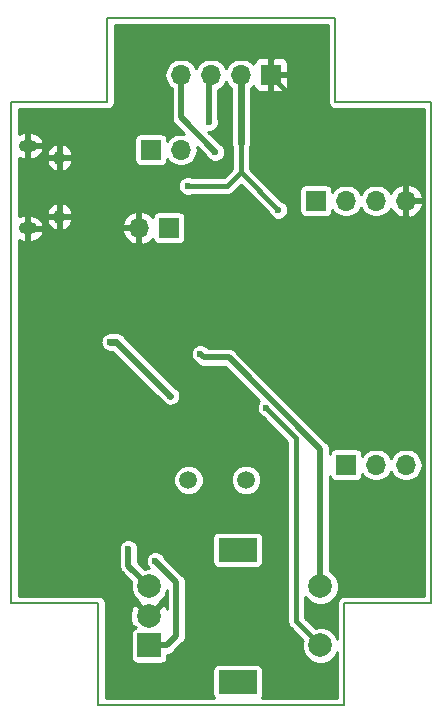
<source format=gbr>
%TF.GenerationSoftware,KiCad,Pcbnew,(5.0.2)-1*%
%TF.CreationDate,2019-05-13T13:04:59+03:00*%
%TF.ProjectId,timer,74696d65-722e-46b6-9963-61645f706362,rev?*%
%TF.SameCoordinates,Original*%
%TF.FileFunction,Copper,L1,Top*%
%TF.FilePolarity,Positive*%
%FSLAX46Y46*%
G04 Gerber Fmt 4.6, Leading zero omitted, Abs format (unit mm)*
G04 Created by KiCad (PCBNEW (5.0.2)-1) date 13.05.2019 13:04:59*
%MOMM*%
%LPD*%
G01*
G04 APERTURE LIST*
%ADD10C,0.150000*%
%ADD11C,2.000000*%
%ADD12R,3.200000X2.000000*%
%ADD13R,2.000000X2.000000*%
%ADD14R,1.700000X1.700000*%
%ADD15O,1.700000X1.700000*%
%ADD16O,0.950000X1.250000*%
%ADD17O,1.550000X1.000000*%
%ADD18C,1.500000*%
%ADD19C,0.600000*%
%ADD20C,0.600000*%
%ADD21C,0.450000*%
%ADD22C,0.500000*%
%ADD23C,0.254000*%
G04 APERTURE END LIST*
D10*
X54102000Y-32004000D02*
X62230000Y-32004000D01*
X54102000Y-24892000D02*
X54102000Y-32004000D01*
X34798000Y-32004000D02*
X34798000Y-24892000D01*
X26670000Y-32004000D02*
X34798000Y-32004000D01*
X62230000Y-74422000D02*
X54864000Y-74422000D01*
X54864000Y-74422000D02*
X54864000Y-83058000D01*
X34036000Y-74422000D02*
X34036000Y-83058000D01*
X26670000Y-74422000D02*
X34036000Y-74422000D01*
X26670000Y-74422000D02*
X26670000Y-32004000D01*
X54864000Y-83058000D02*
X34036000Y-83058000D01*
X62230000Y-32004000D02*
X62230000Y-74422000D01*
X34798000Y-24892000D02*
X54102000Y-24892000D01*
D11*
X52832000Y-73025000D03*
X52832000Y-78025000D03*
D12*
X45832000Y-69925000D03*
X45832000Y-81125000D03*
D11*
X38332000Y-73025000D03*
X38332000Y-75525000D03*
D13*
X38332000Y-78025000D03*
D14*
X54991000Y-62738000D03*
D15*
X57531000Y-62738000D03*
X60071000Y-62738000D03*
D14*
X48641000Y-29718000D03*
D15*
X46101000Y-29718000D03*
X43561000Y-29718000D03*
X41021000Y-29718000D03*
D16*
X30734000Y-41713000D03*
X30734000Y-36713000D03*
D17*
X28034000Y-42713000D03*
X28034000Y-35713000D03*
D14*
X52451000Y-40386000D03*
D15*
X54991000Y-40386000D03*
X57531000Y-40386000D03*
X60071000Y-40386000D03*
D14*
X40005000Y-42672000D03*
D15*
X37465000Y-42672000D03*
D14*
X38481000Y-36068000D03*
D15*
X41021000Y-36068000D03*
D18*
X41656000Y-64008000D03*
X46536000Y-64008000D03*
D19*
X40132000Y-56896000D03*
X35052000Y-52324000D03*
X40132000Y-46228000D03*
X28956000Y-60960000D03*
X49276000Y-55880000D03*
X38100000Y-67056000D03*
X49784000Y-61976000D03*
X30988000Y-52324000D03*
X35560000Y-37592000D03*
X52070000Y-33274000D03*
X38862000Y-70866000D03*
X36576000Y-69850000D03*
X42672000Y-53340000D03*
X43943000Y-36240720D03*
X43393360Y-33700720D03*
X49276000Y-41148000D03*
X48260000Y-57912000D03*
X41593000Y-39116000D03*
D20*
X40132000Y-56896000D02*
X35560000Y-52324000D01*
X35560000Y-52324000D02*
X35052000Y-52324000D01*
D21*
X48641000Y-29845000D02*
X48641000Y-29718000D01*
X52070000Y-33274000D02*
X48641000Y-29845000D01*
D22*
X38862000Y-70866000D02*
X40640000Y-72644000D01*
X39832000Y-78025000D02*
X38332000Y-78025000D01*
X40640000Y-77217000D02*
X39832000Y-78025000D01*
X40640000Y-72644000D02*
X40640000Y-77217000D01*
X36576000Y-71269000D02*
X38332000Y-73025000D01*
X36576000Y-69850000D02*
X36576000Y-71269000D01*
X52832000Y-71610787D02*
X52832000Y-73025000D01*
X52832000Y-61373998D02*
X52832000Y-71610787D01*
X45098001Y-53639999D02*
X52832000Y-61373998D01*
X42971999Y-53639999D02*
X45098001Y-53639999D01*
X42672000Y-53340000D02*
X42971999Y-53639999D01*
X41021000Y-33318720D02*
X41021000Y-29718000D01*
X43943000Y-36240720D02*
X41021000Y-33318720D01*
X43393360Y-29885640D02*
X43561000Y-29718000D01*
X43393360Y-33700720D02*
X43393360Y-29885640D01*
D20*
X46101000Y-30920081D02*
X46101000Y-29718000D01*
X46101000Y-35266722D02*
X46101000Y-30920081D01*
X46101000Y-35486000D02*
X46101000Y-35266722D01*
D21*
X46101000Y-35266722D02*
X46101000Y-37973000D01*
X46101000Y-37973000D02*
X49276000Y-41148000D01*
X48260000Y-57912000D02*
X50800000Y-60452000D01*
X50800000Y-75993000D02*
X52832000Y-78025000D01*
X50800000Y-60452000D02*
X50800000Y-75993000D01*
X44958000Y-39116000D02*
X46101000Y-37973000D01*
X41593000Y-39116000D02*
X44958000Y-39116000D01*
D23*
G36*
X53492001Y-31943918D02*
X53480050Y-32004000D01*
X53527393Y-32242010D01*
X53662215Y-32443785D01*
X53863990Y-32578607D01*
X54041923Y-32614000D01*
X54102000Y-32625950D01*
X54162077Y-32614000D01*
X61620000Y-32614000D01*
X61620001Y-73812000D01*
X54924077Y-73812000D01*
X54864000Y-73800050D01*
X54803923Y-73812000D01*
X54625990Y-73847393D01*
X54424215Y-73982215D01*
X54289393Y-74183990D01*
X54242050Y-74422000D01*
X54254000Y-74482076D01*
X54254000Y-77446865D01*
X54133310Y-77155493D01*
X53701507Y-76723690D01*
X53137330Y-76490000D01*
X52526670Y-76490000D01*
X52417161Y-76535360D01*
X51560000Y-75678199D01*
X51560000Y-73923817D01*
X51962493Y-74326310D01*
X52526670Y-74560000D01*
X53137330Y-74560000D01*
X53701507Y-74326310D01*
X54133310Y-73894507D01*
X54367000Y-73330330D01*
X54367000Y-72719670D01*
X54133310Y-72155493D01*
X53701507Y-71723690D01*
X53617000Y-71688686D01*
X53617000Y-63695993D01*
X53637041Y-63796747D01*
X53755287Y-63973713D01*
X53932253Y-64091959D01*
X54141000Y-64133481D01*
X55841000Y-64133481D01*
X56049747Y-64091959D01*
X56226713Y-63973713D01*
X56344959Y-63796747D01*
X56386481Y-63588000D01*
X56386481Y-63518040D01*
X56532471Y-63736529D01*
X56990600Y-64042641D01*
X57394593Y-64123000D01*
X57667407Y-64123000D01*
X58071400Y-64042641D01*
X58529529Y-63736529D01*
X58801000Y-63330244D01*
X59072471Y-63736529D01*
X59530600Y-64042641D01*
X59934593Y-64123000D01*
X60207407Y-64123000D01*
X60611400Y-64042641D01*
X61069529Y-63736529D01*
X61375641Y-63278400D01*
X61483133Y-62738000D01*
X61375641Y-62197600D01*
X61069529Y-61739471D01*
X60611400Y-61433359D01*
X60207407Y-61353000D01*
X59934593Y-61353000D01*
X59530600Y-61433359D01*
X59072471Y-61739471D01*
X58801000Y-62145756D01*
X58529529Y-61739471D01*
X58071400Y-61433359D01*
X57667407Y-61353000D01*
X57394593Y-61353000D01*
X56990600Y-61433359D01*
X56532471Y-61739471D01*
X56386481Y-61957960D01*
X56386481Y-61888000D01*
X56344959Y-61679253D01*
X56226713Y-61502287D01*
X56049747Y-61384041D01*
X55841000Y-61342519D01*
X54141000Y-61342519D01*
X53932253Y-61384041D01*
X53755287Y-61502287D01*
X53637041Y-61679253D01*
X53617000Y-61780007D01*
X53617000Y-61451308D01*
X53632378Y-61373997D01*
X53617000Y-61296686D01*
X53617000Y-61296682D01*
X53571454Y-61067706D01*
X53491885Y-60948623D01*
X53441749Y-60873589D01*
X53441747Y-60873587D01*
X53397953Y-60808045D01*
X53332411Y-60764251D01*
X45707750Y-53139591D01*
X45663954Y-53074046D01*
X45404293Y-52900545D01*
X45175317Y-52854999D01*
X45175313Y-52854999D01*
X45098001Y-52839621D01*
X45020689Y-52854999D01*
X43367868Y-52854999D01*
X43144990Y-52632121D01*
X42838092Y-52505000D01*
X42505908Y-52505000D01*
X42199010Y-52632121D01*
X41964121Y-52867010D01*
X41837000Y-53173908D01*
X41837000Y-53506092D01*
X41964121Y-53812990D01*
X42199010Y-54047879D01*
X42319724Y-54097880D01*
X42362248Y-54140405D01*
X42406046Y-54205952D01*
X42665707Y-54379453D01*
X42894683Y-54424999D01*
X42894687Y-54424999D01*
X42971999Y-54440377D01*
X43049311Y-54424999D01*
X44772844Y-54424999D01*
X47669488Y-57321643D01*
X47552121Y-57439010D01*
X47425000Y-57745908D01*
X47425000Y-58078092D01*
X47552121Y-58384990D01*
X47787010Y-58619879D01*
X47968079Y-58694880D01*
X50040000Y-60766803D01*
X50040001Y-75918148D01*
X50025112Y-75993000D01*
X50084097Y-76289537D01*
X50169013Y-76416622D01*
X50252072Y-76540929D01*
X50315528Y-76583329D01*
X51342360Y-77610161D01*
X51297000Y-77719670D01*
X51297000Y-78330330D01*
X51530690Y-78894507D01*
X51962493Y-79326310D01*
X52526670Y-79560000D01*
X53137330Y-79560000D01*
X53701507Y-79326310D01*
X54133310Y-78894507D01*
X54254000Y-78603135D01*
X54254001Y-82448000D01*
X47859617Y-82448000D01*
X47935959Y-82333747D01*
X47977481Y-82125000D01*
X47977481Y-80125000D01*
X47935959Y-79916253D01*
X47817713Y-79739287D01*
X47640747Y-79621041D01*
X47432000Y-79579519D01*
X44232000Y-79579519D01*
X44023253Y-79621041D01*
X43846287Y-79739287D01*
X43728041Y-79916253D01*
X43686519Y-80125000D01*
X43686519Y-82125000D01*
X43728041Y-82333747D01*
X43804383Y-82448000D01*
X34646000Y-82448000D01*
X34646000Y-74482076D01*
X34657950Y-74422000D01*
X34610607Y-74183990D01*
X34475785Y-73982215D01*
X34274010Y-73847393D01*
X34096077Y-73812000D01*
X34036000Y-73800050D01*
X33975923Y-73812000D01*
X27280000Y-73812000D01*
X27280000Y-69683908D01*
X35741000Y-69683908D01*
X35741000Y-70016092D01*
X35791000Y-70136804D01*
X35791001Y-71191684D01*
X35775622Y-71269000D01*
X35836546Y-71575291D01*
X35966251Y-71769408D01*
X35966254Y-71769411D01*
X36010048Y-71834953D01*
X36075590Y-71878747D01*
X36832004Y-72635162D01*
X36797000Y-72719670D01*
X36797000Y-73330330D01*
X37030690Y-73894507D01*
X37399448Y-74263265D01*
X37359073Y-74372468D01*
X38332000Y-75345395D01*
X39304927Y-74372468D01*
X39264552Y-74263265D01*
X39633310Y-73894507D01*
X39855000Y-73359300D01*
X39855000Y-74900881D01*
X39751387Y-74650736D01*
X39484532Y-74552073D01*
X38511605Y-75525000D01*
X38525748Y-75539143D01*
X38346143Y-75718748D01*
X38332000Y-75704605D01*
X38317858Y-75718748D01*
X38138253Y-75539143D01*
X38152395Y-75525000D01*
X37179468Y-74552073D01*
X36912613Y-74650736D01*
X36686092Y-75260461D01*
X36710144Y-75910460D01*
X36912613Y-76399264D01*
X37179466Y-76497926D01*
X37164569Y-76512823D01*
X37123253Y-76521041D01*
X36946287Y-76639287D01*
X36828041Y-76816253D01*
X36786519Y-77025000D01*
X36786519Y-79025000D01*
X36828041Y-79233747D01*
X36946287Y-79410713D01*
X37123253Y-79528959D01*
X37332000Y-79570481D01*
X39332000Y-79570481D01*
X39540747Y-79528959D01*
X39717713Y-79410713D01*
X39835959Y-79233747D01*
X39877481Y-79025000D01*
X39877481Y-78816331D01*
X39909312Y-78810000D01*
X39909316Y-78810000D01*
X40138292Y-78764454D01*
X40397953Y-78590953D01*
X40441749Y-78525408D01*
X41140408Y-77826749D01*
X41205953Y-77782953D01*
X41379454Y-77523292D01*
X41425000Y-77294316D01*
X41425000Y-77294312D01*
X41440378Y-77217000D01*
X41425000Y-77139688D01*
X41425000Y-72721312D01*
X41440378Y-72644000D01*
X41425000Y-72566688D01*
X41425000Y-72566684D01*
X41379454Y-72337708D01*
X41205953Y-72078047D01*
X41140408Y-72034251D01*
X39619880Y-70513723D01*
X39569879Y-70393010D01*
X39334990Y-70158121D01*
X39028092Y-70031000D01*
X38695908Y-70031000D01*
X38389010Y-70158121D01*
X38154121Y-70393010D01*
X38027000Y-70699908D01*
X38027000Y-71032092D01*
X38154121Y-71338990D01*
X38305131Y-71490000D01*
X38026670Y-71490000D01*
X37942162Y-71525004D01*
X37361000Y-70943843D01*
X37361000Y-70136803D01*
X37411000Y-70016092D01*
X37411000Y-69683908D01*
X37283879Y-69377010D01*
X37048990Y-69142121D01*
X36742092Y-69015000D01*
X36409908Y-69015000D01*
X36103010Y-69142121D01*
X35868121Y-69377010D01*
X35741000Y-69683908D01*
X27280000Y-69683908D01*
X27280000Y-68925000D01*
X43686519Y-68925000D01*
X43686519Y-70925000D01*
X43728041Y-71133747D01*
X43846287Y-71310713D01*
X44023253Y-71428959D01*
X44232000Y-71470481D01*
X47432000Y-71470481D01*
X47640747Y-71428959D01*
X47817713Y-71310713D01*
X47935959Y-71133747D01*
X47977481Y-70925000D01*
X47977481Y-68925000D01*
X47935959Y-68716253D01*
X47817713Y-68539287D01*
X47640747Y-68421041D01*
X47432000Y-68379519D01*
X44232000Y-68379519D01*
X44023253Y-68421041D01*
X43846287Y-68539287D01*
X43728041Y-68716253D01*
X43686519Y-68925000D01*
X27280000Y-68925000D01*
X27280000Y-63752398D01*
X40371000Y-63752398D01*
X40371000Y-64263602D01*
X40566629Y-64735894D01*
X40928106Y-65097371D01*
X41400398Y-65293000D01*
X41911602Y-65293000D01*
X42383894Y-65097371D01*
X42745371Y-64735894D01*
X42941000Y-64263602D01*
X42941000Y-63752398D01*
X45251000Y-63752398D01*
X45251000Y-64263602D01*
X45446629Y-64735894D01*
X45808106Y-65097371D01*
X46280398Y-65293000D01*
X46791602Y-65293000D01*
X47263894Y-65097371D01*
X47625371Y-64735894D01*
X47821000Y-64263602D01*
X47821000Y-63752398D01*
X47625371Y-63280106D01*
X47263894Y-62918629D01*
X46791602Y-62723000D01*
X46280398Y-62723000D01*
X45808106Y-62918629D01*
X45446629Y-63280106D01*
X45251000Y-63752398D01*
X42941000Y-63752398D01*
X42745371Y-63280106D01*
X42383894Y-62918629D01*
X41911602Y-62723000D01*
X41400398Y-62723000D01*
X40928106Y-62918629D01*
X40566629Y-63280106D01*
X40371000Y-63752398D01*
X27280000Y-63752398D01*
X27280000Y-52324000D01*
X34200642Y-52324000D01*
X34217000Y-52406237D01*
X34217000Y-52490092D01*
X34249090Y-52567565D01*
X34265448Y-52649801D01*
X34312031Y-52719517D01*
X34344121Y-52796990D01*
X34403417Y-52856286D01*
X34449999Y-52926001D01*
X34519714Y-52972583D01*
X34579010Y-53031879D01*
X34656483Y-53063969D01*
X34726199Y-53110552D01*
X34808435Y-53126910D01*
X34885908Y-53159000D01*
X35214133Y-53159000D01*
X39424121Y-57368990D01*
X39659010Y-57603879D01*
X39736483Y-57635969D01*
X39806199Y-57682552D01*
X39888434Y-57698909D01*
X39965908Y-57731000D01*
X40049766Y-57731000D01*
X40131999Y-57747357D01*
X40214232Y-57731000D01*
X40298092Y-57731000D01*
X40375567Y-57698909D01*
X40457799Y-57682552D01*
X40527511Y-57635972D01*
X40604990Y-57603879D01*
X40664291Y-57544578D01*
X40734000Y-57498000D01*
X40780578Y-57428291D01*
X40839879Y-57368990D01*
X40871972Y-57291511D01*
X40918552Y-57221799D01*
X40934909Y-57139567D01*
X40967000Y-57062092D01*
X40967000Y-56978232D01*
X40983357Y-56895999D01*
X40967000Y-56813766D01*
X40967000Y-56729908D01*
X40934909Y-56652434D01*
X40918552Y-56570199D01*
X40871969Y-56500483D01*
X40839879Y-56423010D01*
X40604990Y-56188121D01*
X36208587Y-51791720D01*
X36162001Y-51721999D01*
X35885801Y-51537448D01*
X35642237Y-51489000D01*
X35642233Y-51489000D01*
X35560000Y-51472643D01*
X35477767Y-51489000D01*
X34885908Y-51489000D01*
X34808435Y-51521090D01*
X34726199Y-51537448D01*
X34656483Y-51584031D01*
X34579010Y-51616121D01*
X34519715Y-51675416D01*
X34449999Y-51721999D01*
X34403417Y-51791714D01*
X34344121Y-51851010D01*
X34312031Y-51928483D01*
X34265448Y-51998199D01*
X34249090Y-52080435D01*
X34217000Y-52157908D01*
X34217000Y-52241763D01*
X34200642Y-52324000D01*
X27280000Y-52324000D01*
X27280000Y-43736105D01*
X27632000Y-43848000D01*
X27907000Y-43848000D01*
X27907000Y-42840000D01*
X28161000Y-42840000D01*
X28161000Y-43848000D01*
X28436000Y-43848000D01*
X28860678Y-43713002D01*
X29201368Y-43425763D01*
X29396236Y-43028892D01*
X36023514Y-43028892D01*
X36269817Y-43553358D01*
X36698076Y-43943645D01*
X37108110Y-44113476D01*
X37338000Y-43992155D01*
X37338000Y-42799000D01*
X36144181Y-42799000D01*
X36023514Y-43028892D01*
X29396236Y-43028892D01*
X29403119Y-43014874D01*
X29276954Y-42840000D01*
X28161000Y-42840000D01*
X27907000Y-42840000D01*
X27887000Y-42840000D01*
X27887000Y-42586000D01*
X27907000Y-42586000D01*
X27907000Y-41578000D01*
X28161000Y-41578000D01*
X28161000Y-42586000D01*
X29276954Y-42586000D01*
X29403119Y-42411126D01*
X29208191Y-42014131D01*
X29632771Y-42014131D01*
X29774432Y-42424049D01*
X30062179Y-42748552D01*
X30436062Y-42932268D01*
X30607000Y-42805734D01*
X30607000Y-41840000D01*
X30861000Y-41840000D01*
X30861000Y-42805734D01*
X31031938Y-42932268D01*
X31405821Y-42748552D01*
X31693568Y-42424049D01*
X31731216Y-42315108D01*
X36023514Y-42315108D01*
X36144181Y-42545000D01*
X37338000Y-42545000D01*
X37338000Y-41351845D01*
X37592000Y-41351845D01*
X37592000Y-42545000D01*
X37612000Y-42545000D01*
X37612000Y-42799000D01*
X37592000Y-42799000D01*
X37592000Y-43992155D01*
X37821890Y-44113476D01*
X38231924Y-43943645D01*
X38622574Y-43587632D01*
X38651041Y-43730747D01*
X38769287Y-43907713D01*
X38946253Y-44025959D01*
X39155000Y-44067481D01*
X40855000Y-44067481D01*
X41063747Y-44025959D01*
X41240713Y-43907713D01*
X41358959Y-43730747D01*
X41400481Y-43522000D01*
X41400481Y-41822000D01*
X41358959Y-41613253D01*
X41240713Y-41436287D01*
X41063747Y-41318041D01*
X40855000Y-41276519D01*
X39155000Y-41276519D01*
X38946253Y-41318041D01*
X38769287Y-41436287D01*
X38651041Y-41613253D01*
X38622574Y-41756368D01*
X38231924Y-41400355D01*
X37821890Y-41230524D01*
X37592000Y-41351845D01*
X37338000Y-41351845D01*
X37108110Y-41230524D01*
X36698076Y-41400355D01*
X36269817Y-41790642D01*
X36023514Y-42315108D01*
X31731216Y-42315108D01*
X31835229Y-42014131D01*
X31686563Y-41840000D01*
X30861000Y-41840000D01*
X30607000Y-41840000D01*
X29781437Y-41840000D01*
X29632771Y-42014131D01*
X29208191Y-42014131D01*
X29201368Y-42000237D01*
X28860678Y-41712998D01*
X28436000Y-41578000D01*
X28161000Y-41578000D01*
X27907000Y-41578000D01*
X27632000Y-41578000D01*
X27280000Y-41689895D01*
X27280000Y-41411869D01*
X29632771Y-41411869D01*
X29781437Y-41586000D01*
X30607000Y-41586000D01*
X30607000Y-40620266D01*
X30861000Y-40620266D01*
X30861000Y-41586000D01*
X31686563Y-41586000D01*
X31835229Y-41411869D01*
X31693568Y-41001951D01*
X31405821Y-40677448D01*
X31031938Y-40493732D01*
X30861000Y-40620266D01*
X30607000Y-40620266D01*
X30436062Y-40493732D01*
X30062179Y-40677448D01*
X29774432Y-41001951D01*
X29632771Y-41411869D01*
X27280000Y-41411869D01*
X27280000Y-37014131D01*
X29632771Y-37014131D01*
X29774432Y-37424049D01*
X30062179Y-37748552D01*
X30436062Y-37932268D01*
X30607000Y-37805734D01*
X30607000Y-36840000D01*
X30861000Y-36840000D01*
X30861000Y-37805734D01*
X31031938Y-37932268D01*
X31405821Y-37748552D01*
X31693568Y-37424049D01*
X31835229Y-37014131D01*
X31686563Y-36840000D01*
X30861000Y-36840000D01*
X30607000Y-36840000D01*
X29781437Y-36840000D01*
X29632771Y-37014131D01*
X27280000Y-37014131D01*
X27280000Y-36736105D01*
X27632000Y-36848000D01*
X27907000Y-36848000D01*
X27907000Y-35840000D01*
X28161000Y-35840000D01*
X28161000Y-36848000D01*
X28436000Y-36848000D01*
X28860678Y-36713002D01*
X29201368Y-36425763D01*
X29208190Y-36411869D01*
X29632771Y-36411869D01*
X29781437Y-36586000D01*
X30607000Y-36586000D01*
X30607000Y-35620266D01*
X30861000Y-35620266D01*
X30861000Y-36586000D01*
X31686563Y-36586000D01*
X31835229Y-36411869D01*
X31693568Y-36001951D01*
X31405821Y-35677448D01*
X31031938Y-35493732D01*
X30861000Y-35620266D01*
X30607000Y-35620266D01*
X30436062Y-35493732D01*
X30062179Y-35677448D01*
X29774432Y-36001951D01*
X29632771Y-36411869D01*
X29208190Y-36411869D01*
X29403119Y-36014874D01*
X29276954Y-35840000D01*
X28161000Y-35840000D01*
X27907000Y-35840000D01*
X27887000Y-35840000D01*
X27887000Y-35586000D01*
X27907000Y-35586000D01*
X27907000Y-34578000D01*
X28161000Y-34578000D01*
X28161000Y-35586000D01*
X29276954Y-35586000D01*
X29403119Y-35411126D01*
X29308293Y-35218000D01*
X37085519Y-35218000D01*
X37085519Y-36918000D01*
X37127041Y-37126747D01*
X37245287Y-37303713D01*
X37422253Y-37421959D01*
X37631000Y-37463481D01*
X39331000Y-37463481D01*
X39539747Y-37421959D01*
X39716713Y-37303713D01*
X39834959Y-37126747D01*
X39876481Y-36918000D01*
X39876481Y-36848040D01*
X40022471Y-37066529D01*
X40480600Y-37372641D01*
X40884593Y-37453000D01*
X41157407Y-37453000D01*
X41561400Y-37372641D01*
X42019529Y-37066529D01*
X42325641Y-36608400D01*
X42433133Y-36068000D01*
X42376771Y-35784649D01*
X43185121Y-36592999D01*
X43235121Y-36713710D01*
X43470010Y-36948599D01*
X43776908Y-37075720D01*
X44109092Y-37075720D01*
X44415990Y-36948599D01*
X44650879Y-36713710D01*
X44778000Y-36406812D01*
X44778000Y-36074628D01*
X44650879Y-35767730D01*
X44415990Y-35532841D01*
X44295279Y-35482841D01*
X43348158Y-34535720D01*
X43559452Y-34535720D01*
X43866350Y-34408599D01*
X44101239Y-34173710D01*
X44228360Y-33866812D01*
X44228360Y-33534628D01*
X44178360Y-33413917D01*
X44178360Y-30971218D01*
X44559529Y-30716529D01*
X44831000Y-30310244D01*
X45102471Y-30716529D01*
X45266000Y-30825796D01*
X45266000Y-31002317D01*
X45266001Y-31002322D01*
X45266000Y-35184485D01*
X45266000Y-35568236D01*
X45314448Y-35811800D01*
X45341000Y-35851538D01*
X45341001Y-37658197D01*
X44643199Y-38356000D01*
X41940158Y-38356000D01*
X41759092Y-38281000D01*
X41426908Y-38281000D01*
X41120010Y-38408121D01*
X40885121Y-38643010D01*
X40758000Y-38949908D01*
X40758000Y-39282092D01*
X40885121Y-39588990D01*
X41120010Y-39823879D01*
X41426908Y-39951000D01*
X41759092Y-39951000D01*
X41940158Y-39876000D01*
X44883153Y-39876000D01*
X44958000Y-39890888D01*
X45032847Y-39876000D01*
X45032852Y-39876000D01*
X45254537Y-39831904D01*
X45505929Y-39663929D01*
X45548331Y-39600470D01*
X46101000Y-39047801D01*
X48493121Y-41439922D01*
X48568121Y-41620990D01*
X48803010Y-41855879D01*
X49109908Y-41983000D01*
X49442092Y-41983000D01*
X49748990Y-41855879D01*
X49983879Y-41620990D01*
X50111000Y-41314092D01*
X50111000Y-40981908D01*
X49983879Y-40675010D01*
X49748990Y-40440121D01*
X49567922Y-40365121D01*
X48738801Y-39536000D01*
X51055519Y-39536000D01*
X51055519Y-41236000D01*
X51097041Y-41444747D01*
X51215287Y-41621713D01*
X51392253Y-41739959D01*
X51601000Y-41781481D01*
X53301000Y-41781481D01*
X53509747Y-41739959D01*
X53686713Y-41621713D01*
X53804959Y-41444747D01*
X53846481Y-41236000D01*
X53846481Y-41166040D01*
X53992471Y-41384529D01*
X54450600Y-41690641D01*
X54854593Y-41771000D01*
X55127407Y-41771000D01*
X55531400Y-41690641D01*
X55989529Y-41384529D01*
X56261000Y-40978244D01*
X56532471Y-41384529D01*
X56990600Y-41690641D01*
X57394593Y-41771000D01*
X57667407Y-41771000D01*
X58071400Y-41690641D01*
X58529529Y-41384529D01*
X58765202Y-41031820D01*
X58875817Y-41267358D01*
X59304076Y-41657645D01*
X59714110Y-41827476D01*
X59944000Y-41706155D01*
X59944000Y-40513000D01*
X60198000Y-40513000D01*
X60198000Y-41706155D01*
X60427890Y-41827476D01*
X60837924Y-41657645D01*
X61266183Y-41267358D01*
X61512486Y-40742892D01*
X61391819Y-40513000D01*
X60198000Y-40513000D01*
X59944000Y-40513000D01*
X59924000Y-40513000D01*
X59924000Y-40259000D01*
X59944000Y-40259000D01*
X59944000Y-39065845D01*
X60198000Y-39065845D01*
X60198000Y-40259000D01*
X61391819Y-40259000D01*
X61512486Y-40029108D01*
X61266183Y-39504642D01*
X60837924Y-39114355D01*
X60427890Y-38944524D01*
X60198000Y-39065845D01*
X59944000Y-39065845D01*
X59714110Y-38944524D01*
X59304076Y-39114355D01*
X58875817Y-39504642D01*
X58765202Y-39740180D01*
X58529529Y-39387471D01*
X58071400Y-39081359D01*
X57667407Y-39001000D01*
X57394593Y-39001000D01*
X56990600Y-39081359D01*
X56532471Y-39387471D01*
X56261000Y-39793756D01*
X55989529Y-39387471D01*
X55531400Y-39081359D01*
X55127407Y-39001000D01*
X54854593Y-39001000D01*
X54450600Y-39081359D01*
X53992471Y-39387471D01*
X53846481Y-39605960D01*
X53846481Y-39536000D01*
X53804959Y-39327253D01*
X53686713Y-39150287D01*
X53509747Y-39032041D01*
X53301000Y-38990519D01*
X51601000Y-38990519D01*
X51392253Y-39032041D01*
X51215287Y-39150287D01*
X51097041Y-39327253D01*
X51055519Y-39536000D01*
X48738801Y-39536000D01*
X46861000Y-37658199D01*
X46861000Y-35851539D01*
X46887552Y-35811801D01*
X46936000Y-35568237D01*
X46936000Y-30825796D01*
X47099529Y-30716529D01*
X47156000Y-30632014D01*
X47156000Y-30694309D01*
X47252673Y-30927698D01*
X47431301Y-31106327D01*
X47664690Y-31203000D01*
X48355250Y-31203000D01*
X48514000Y-31044250D01*
X48514000Y-29845000D01*
X48768000Y-29845000D01*
X48768000Y-31044250D01*
X48926750Y-31203000D01*
X49617310Y-31203000D01*
X49850699Y-31106327D01*
X50029327Y-30927698D01*
X50126000Y-30694309D01*
X50126000Y-30003750D01*
X49967250Y-29845000D01*
X48768000Y-29845000D01*
X48514000Y-29845000D01*
X48494000Y-29845000D01*
X48494000Y-29591000D01*
X48514000Y-29591000D01*
X48514000Y-28391750D01*
X48768000Y-28391750D01*
X48768000Y-29591000D01*
X49967250Y-29591000D01*
X50126000Y-29432250D01*
X50126000Y-28741691D01*
X50029327Y-28508302D01*
X49850699Y-28329673D01*
X49617310Y-28233000D01*
X48926750Y-28233000D01*
X48768000Y-28391750D01*
X48514000Y-28391750D01*
X48355250Y-28233000D01*
X47664690Y-28233000D01*
X47431301Y-28329673D01*
X47252673Y-28508302D01*
X47156000Y-28741691D01*
X47156000Y-28803986D01*
X47099529Y-28719471D01*
X46641400Y-28413359D01*
X46237407Y-28333000D01*
X45964593Y-28333000D01*
X45560600Y-28413359D01*
X45102471Y-28719471D01*
X44831000Y-29125756D01*
X44559529Y-28719471D01*
X44101400Y-28413359D01*
X43697407Y-28333000D01*
X43424593Y-28333000D01*
X43020600Y-28413359D01*
X42562471Y-28719471D01*
X42291000Y-29125756D01*
X42019529Y-28719471D01*
X41561400Y-28413359D01*
X41157407Y-28333000D01*
X40884593Y-28333000D01*
X40480600Y-28413359D01*
X40022471Y-28719471D01*
X39716359Y-29177600D01*
X39608867Y-29718000D01*
X39716359Y-30258400D01*
X40022471Y-30716529D01*
X40236001Y-30859205D01*
X40236000Y-33241408D01*
X40220622Y-33318720D01*
X40236000Y-33396032D01*
X40236000Y-33396035D01*
X40263568Y-33534628D01*
X40281546Y-33625011D01*
X40383794Y-33778035D01*
X40455047Y-33884673D01*
X40520592Y-33928469D01*
X41304352Y-34712229D01*
X41157407Y-34683000D01*
X40884593Y-34683000D01*
X40480600Y-34763359D01*
X40022471Y-35069471D01*
X39876481Y-35287960D01*
X39876481Y-35218000D01*
X39834959Y-35009253D01*
X39716713Y-34832287D01*
X39539747Y-34714041D01*
X39331000Y-34672519D01*
X37631000Y-34672519D01*
X37422253Y-34714041D01*
X37245287Y-34832287D01*
X37127041Y-35009253D01*
X37085519Y-35218000D01*
X29308293Y-35218000D01*
X29201368Y-35000237D01*
X28860678Y-34712998D01*
X28436000Y-34578000D01*
X28161000Y-34578000D01*
X27907000Y-34578000D01*
X27632000Y-34578000D01*
X27280000Y-34689895D01*
X27280000Y-32614000D01*
X34737923Y-32614000D01*
X34798000Y-32625950D01*
X34858077Y-32614000D01*
X35036010Y-32578607D01*
X35237785Y-32443785D01*
X35372607Y-32242010D01*
X35419950Y-32004000D01*
X35408000Y-31943923D01*
X35408000Y-25502000D01*
X53492000Y-25502000D01*
X53492001Y-31943918D01*
X53492001Y-31943918D01*
G37*
X53492001Y-31943918D02*
X53480050Y-32004000D01*
X53527393Y-32242010D01*
X53662215Y-32443785D01*
X53863990Y-32578607D01*
X54041923Y-32614000D01*
X54102000Y-32625950D01*
X54162077Y-32614000D01*
X61620000Y-32614000D01*
X61620001Y-73812000D01*
X54924077Y-73812000D01*
X54864000Y-73800050D01*
X54803923Y-73812000D01*
X54625990Y-73847393D01*
X54424215Y-73982215D01*
X54289393Y-74183990D01*
X54242050Y-74422000D01*
X54254000Y-74482076D01*
X54254000Y-77446865D01*
X54133310Y-77155493D01*
X53701507Y-76723690D01*
X53137330Y-76490000D01*
X52526670Y-76490000D01*
X52417161Y-76535360D01*
X51560000Y-75678199D01*
X51560000Y-73923817D01*
X51962493Y-74326310D01*
X52526670Y-74560000D01*
X53137330Y-74560000D01*
X53701507Y-74326310D01*
X54133310Y-73894507D01*
X54367000Y-73330330D01*
X54367000Y-72719670D01*
X54133310Y-72155493D01*
X53701507Y-71723690D01*
X53617000Y-71688686D01*
X53617000Y-63695993D01*
X53637041Y-63796747D01*
X53755287Y-63973713D01*
X53932253Y-64091959D01*
X54141000Y-64133481D01*
X55841000Y-64133481D01*
X56049747Y-64091959D01*
X56226713Y-63973713D01*
X56344959Y-63796747D01*
X56386481Y-63588000D01*
X56386481Y-63518040D01*
X56532471Y-63736529D01*
X56990600Y-64042641D01*
X57394593Y-64123000D01*
X57667407Y-64123000D01*
X58071400Y-64042641D01*
X58529529Y-63736529D01*
X58801000Y-63330244D01*
X59072471Y-63736529D01*
X59530600Y-64042641D01*
X59934593Y-64123000D01*
X60207407Y-64123000D01*
X60611400Y-64042641D01*
X61069529Y-63736529D01*
X61375641Y-63278400D01*
X61483133Y-62738000D01*
X61375641Y-62197600D01*
X61069529Y-61739471D01*
X60611400Y-61433359D01*
X60207407Y-61353000D01*
X59934593Y-61353000D01*
X59530600Y-61433359D01*
X59072471Y-61739471D01*
X58801000Y-62145756D01*
X58529529Y-61739471D01*
X58071400Y-61433359D01*
X57667407Y-61353000D01*
X57394593Y-61353000D01*
X56990600Y-61433359D01*
X56532471Y-61739471D01*
X56386481Y-61957960D01*
X56386481Y-61888000D01*
X56344959Y-61679253D01*
X56226713Y-61502287D01*
X56049747Y-61384041D01*
X55841000Y-61342519D01*
X54141000Y-61342519D01*
X53932253Y-61384041D01*
X53755287Y-61502287D01*
X53637041Y-61679253D01*
X53617000Y-61780007D01*
X53617000Y-61451308D01*
X53632378Y-61373997D01*
X53617000Y-61296686D01*
X53617000Y-61296682D01*
X53571454Y-61067706D01*
X53491885Y-60948623D01*
X53441749Y-60873589D01*
X53441747Y-60873587D01*
X53397953Y-60808045D01*
X53332411Y-60764251D01*
X45707750Y-53139591D01*
X45663954Y-53074046D01*
X45404293Y-52900545D01*
X45175317Y-52854999D01*
X45175313Y-52854999D01*
X45098001Y-52839621D01*
X45020689Y-52854999D01*
X43367868Y-52854999D01*
X43144990Y-52632121D01*
X42838092Y-52505000D01*
X42505908Y-52505000D01*
X42199010Y-52632121D01*
X41964121Y-52867010D01*
X41837000Y-53173908D01*
X41837000Y-53506092D01*
X41964121Y-53812990D01*
X42199010Y-54047879D01*
X42319724Y-54097880D01*
X42362248Y-54140405D01*
X42406046Y-54205952D01*
X42665707Y-54379453D01*
X42894683Y-54424999D01*
X42894687Y-54424999D01*
X42971999Y-54440377D01*
X43049311Y-54424999D01*
X44772844Y-54424999D01*
X47669488Y-57321643D01*
X47552121Y-57439010D01*
X47425000Y-57745908D01*
X47425000Y-58078092D01*
X47552121Y-58384990D01*
X47787010Y-58619879D01*
X47968079Y-58694880D01*
X50040000Y-60766803D01*
X50040001Y-75918148D01*
X50025112Y-75993000D01*
X50084097Y-76289537D01*
X50169013Y-76416622D01*
X50252072Y-76540929D01*
X50315528Y-76583329D01*
X51342360Y-77610161D01*
X51297000Y-77719670D01*
X51297000Y-78330330D01*
X51530690Y-78894507D01*
X51962493Y-79326310D01*
X52526670Y-79560000D01*
X53137330Y-79560000D01*
X53701507Y-79326310D01*
X54133310Y-78894507D01*
X54254000Y-78603135D01*
X54254001Y-82448000D01*
X47859617Y-82448000D01*
X47935959Y-82333747D01*
X47977481Y-82125000D01*
X47977481Y-80125000D01*
X47935959Y-79916253D01*
X47817713Y-79739287D01*
X47640747Y-79621041D01*
X47432000Y-79579519D01*
X44232000Y-79579519D01*
X44023253Y-79621041D01*
X43846287Y-79739287D01*
X43728041Y-79916253D01*
X43686519Y-80125000D01*
X43686519Y-82125000D01*
X43728041Y-82333747D01*
X43804383Y-82448000D01*
X34646000Y-82448000D01*
X34646000Y-74482076D01*
X34657950Y-74422000D01*
X34610607Y-74183990D01*
X34475785Y-73982215D01*
X34274010Y-73847393D01*
X34096077Y-73812000D01*
X34036000Y-73800050D01*
X33975923Y-73812000D01*
X27280000Y-73812000D01*
X27280000Y-69683908D01*
X35741000Y-69683908D01*
X35741000Y-70016092D01*
X35791000Y-70136804D01*
X35791001Y-71191684D01*
X35775622Y-71269000D01*
X35836546Y-71575291D01*
X35966251Y-71769408D01*
X35966254Y-71769411D01*
X36010048Y-71834953D01*
X36075590Y-71878747D01*
X36832004Y-72635162D01*
X36797000Y-72719670D01*
X36797000Y-73330330D01*
X37030690Y-73894507D01*
X37399448Y-74263265D01*
X37359073Y-74372468D01*
X38332000Y-75345395D01*
X39304927Y-74372468D01*
X39264552Y-74263265D01*
X39633310Y-73894507D01*
X39855000Y-73359300D01*
X39855000Y-74900881D01*
X39751387Y-74650736D01*
X39484532Y-74552073D01*
X38511605Y-75525000D01*
X38525748Y-75539143D01*
X38346143Y-75718748D01*
X38332000Y-75704605D01*
X38317858Y-75718748D01*
X38138253Y-75539143D01*
X38152395Y-75525000D01*
X37179468Y-74552073D01*
X36912613Y-74650736D01*
X36686092Y-75260461D01*
X36710144Y-75910460D01*
X36912613Y-76399264D01*
X37179466Y-76497926D01*
X37164569Y-76512823D01*
X37123253Y-76521041D01*
X36946287Y-76639287D01*
X36828041Y-76816253D01*
X36786519Y-77025000D01*
X36786519Y-79025000D01*
X36828041Y-79233747D01*
X36946287Y-79410713D01*
X37123253Y-79528959D01*
X37332000Y-79570481D01*
X39332000Y-79570481D01*
X39540747Y-79528959D01*
X39717713Y-79410713D01*
X39835959Y-79233747D01*
X39877481Y-79025000D01*
X39877481Y-78816331D01*
X39909312Y-78810000D01*
X39909316Y-78810000D01*
X40138292Y-78764454D01*
X40397953Y-78590953D01*
X40441749Y-78525408D01*
X41140408Y-77826749D01*
X41205953Y-77782953D01*
X41379454Y-77523292D01*
X41425000Y-77294316D01*
X41425000Y-77294312D01*
X41440378Y-77217000D01*
X41425000Y-77139688D01*
X41425000Y-72721312D01*
X41440378Y-72644000D01*
X41425000Y-72566688D01*
X41425000Y-72566684D01*
X41379454Y-72337708D01*
X41205953Y-72078047D01*
X41140408Y-72034251D01*
X39619880Y-70513723D01*
X39569879Y-70393010D01*
X39334990Y-70158121D01*
X39028092Y-70031000D01*
X38695908Y-70031000D01*
X38389010Y-70158121D01*
X38154121Y-70393010D01*
X38027000Y-70699908D01*
X38027000Y-71032092D01*
X38154121Y-71338990D01*
X38305131Y-71490000D01*
X38026670Y-71490000D01*
X37942162Y-71525004D01*
X37361000Y-70943843D01*
X37361000Y-70136803D01*
X37411000Y-70016092D01*
X37411000Y-69683908D01*
X37283879Y-69377010D01*
X37048990Y-69142121D01*
X36742092Y-69015000D01*
X36409908Y-69015000D01*
X36103010Y-69142121D01*
X35868121Y-69377010D01*
X35741000Y-69683908D01*
X27280000Y-69683908D01*
X27280000Y-68925000D01*
X43686519Y-68925000D01*
X43686519Y-70925000D01*
X43728041Y-71133747D01*
X43846287Y-71310713D01*
X44023253Y-71428959D01*
X44232000Y-71470481D01*
X47432000Y-71470481D01*
X47640747Y-71428959D01*
X47817713Y-71310713D01*
X47935959Y-71133747D01*
X47977481Y-70925000D01*
X47977481Y-68925000D01*
X47935959Y-68716253D01*
X47817713Y-68539287D01*
X47640747Y-68421041D01*
X47432000Y-68379519D01*
X44232000Y-68379519D01*
X44023253Y-68421041D01*
X43846287Y-68539287D01*
X43728041Y-68716253D01*
X43686519Y-68925000D01*
X27280000Y-68925000D01*
X27280000Y-63752398D01*
X40371000Y-63752398D01*
X40371000Y-64263602D01*
X40566629Y-64735894D01*
X40928106Y-65097371D01*
X41400398Y-65293000D01*
X41911602Y-65293000D01*
X42383894Y-65097371D01*
X42745371Y-64735894D01*
X42941000Y-64263602D01*
X42941000Y-63752398D01*
X45251000Y-63752398D01*
X45251000Y-64263602D01*
X45446629Y-64735894D01*
X45808106Y-65097371D01*
X46280398Y-65293000D01*
X46791602Y-65293000D01*
X47263894Y-65097371D01*
X47625371Y-64735894D01*
X47821000Y-64263602D01*
X47821000Y-63752398D01*
X47625371Y-63280106D01*
X47263894Y-62918629D01*
X46791602Y-62723000D01*
X46280398Y-62723000D01*
X45808106Y-62918629D01*
X45446629Y-63280106D01*
X45251000Y-63752398D01*
X42941000Y-63752398D01*
X42745371Y-63280106D01*
X42383894Y-62918629D01*
X41911602Y-62723000D01*
X41400398Y-62723000D01*
X40928106Y-62918629D01*
X40566629Y-63280106D01*
X40371000Y-63752398D01*
X27280000Y-63752398D01*
X27280000Y-52324000D01*
X34200642Y-52324000D01*
X34217000Y-52406237D01*
X34217000Y-52490092D01*
X34249090Y-52567565D01*
X34265448Y-52649801D01*
X34312031Y-52719517D01*
X34344121Y-52796990D01*
X34403417Y-52856286D01*
X34449999Y-52926001D01*
X34519714Y-52972583D01*
X34579010Y-53031879D01*
X34656483Y-53063969D01*
X34726199Y-53110552D01*
X34808435Y-53126910D01*
X34885908Y-53159000D01*
X35214133Y-53159000D01*
X39424121Y-57368990D01*
X39659010Y-57603879D01*
X39736483Y-57635969D01*
X39806199Y-57682552D01*
X39888434Y-57698909D01*
X39965908Y-57731000D01*
X40049766Y-57731000D01*
X40131999Y-57747357D01*
X40214232Y-57731000D01*
X40298092Y-57731000D01*
X40375567Y-57698909D01*
X40457799Y-57682552D01*
X40527511Y-57635972D01*
X40604990Y-57603879D01*
X40664291Y-57544578D01*
X40734000Y-57498000D01*
X40780578Y-57428291D01*
X40839879Y-57368990D01*
X40871972Y-57291511D01*
X40918552Y-57221799D01*
X40934909Y-57139567D01*
X40967000Y-57062092D01*
X40967000Y-56978232D01*
X40983357Y-56895999D01*
X40967000Y-56813766D01*
X40967000Y-56729908D01*
X40934909Y-56652434D01*
X40918552Y-56570199D01*
X40871969Y-56500483D01*
X40839879Y-56423010D01*
X40604990Y-56188121D01*
X36208587Y-51791720D01*
X36162001Y-51721999D01*
X35885801Y-51537448D01*
X35642237Y-51489000D01*
X35642233Y-51489000D01*
X35560000Y-51472643D01*
X35477767Y-51489000D01*
X34885908Y-51489000D01*
X34808435Y-51521090D01*
X34726199Y-51537448D01*
X34656483Y-51584031D01*
X34579010Y-51616121D01*
X34519715Y-51675416D01*
X34449999Y-51721999D01*
X34403417Y-51791714D01*
X34344121Y-51851010D01*
X34312031Y-51928483D01*
X34265448Y-51998199D01*
X34249090Y-52080435D01*
X34217000Y-52157908D01*
X34217000Y-52241763D01*
X34200642Y-52324000D01*
X27280000Y-52324000D01*
X27280000Y-43736105D01*
X27632000Y-43848000D01*
X27907000Y-43848000D01*
X27907000Y-42840000D01*
X28161000Y-42840000D01*
X28161000Y-43848000D01*
X28436000Y-43848000D01*
X28860678Y-43713002D01*
X29201368Y-43425763D01*
X29396236Y-43028892D01*
X36023514Y-43028892D01*
X36269817Y-43553358D01*
X36698076Y-43943645D01*
X37108110Y-44113476D01*
X37338000Y-43992155D01*
X37338000Y-42799000D01*
X36144181Y-42799000D01*
X36023514Y-43028892D01*
X29396236Y-43028892D01*
X29403119Y-43014874D01*
X29276954Y-42840000D01*
X28161000Y-42840000D01*
X27907000Y-42840000D01*
X27887000Y-42840000D01*
X27887000Y-42586000D01*
X27907000Y-42586000D01*
X27907000Y-41578000D01*
X28161000Y-41578000D01*
X28161000Y-42586000D01*
X29276954Y-42586000D01*
X29403119Y-42411126D01*
X29208191Y-42014131D01*
X29632771Y-42014131D01*
X29774432Y-42424049D01*
X30062179Y-42748552D01*
X30436062Y-42932268D01*
X30607000Y-42805734D01*
X30607000Y-41840000D01*
X30861000Y-41840000D01*
X30861000Y-42805734D01*
X31031938Y-42932268D01*
X31405821Y-42748552D01*
X31693568Y-42424049D01*
X31731216Y-42315108D01*
X36023514Y-42315108D01*
X36144181Y-42545000D01*
X37338000Y-42545000D01*
X37338000Y-41351845D01*
X37592000Y-41351845D01*
X37592000Y-42545000D01*
X37612000Y-42545000D01*
X37612000Y-42799000D01*
X37592000Y-42799000D01*
X37592000Y-43992155D01*
X37821890Y-44113476D01*
X38231924Y-43943645D01*
X38622574Y-43587632D01*
X38651041Y-43730747D01*
X38769287Y-43907713D01*
X38946253Y-44025959D01*
X39155000Y-44067481D01*
X40855000Y-44067481D01*
X41063747Y-44025959D01*
X41240713Y-43907713D01*
X41358959Y-43730747D01*
X41400481Y-43522000D01*
X41400481Y-41822000D01*
X41358959Y-41613253D01*
X41240713Y-41436287D01*
X41063747Y-41318041D01*
X40855000Y-41276519D01*
X39155000Y-41276519D01*
X38946253Y-41318041D01*
X38769287Y-41436287D01*
X38651041Y-41613253D01*
X38622574Y-41756368D01*
X38231924Y-41400355D01*
X37821890Y-41230524D01*
X37592000Y-41351845D01*
X37338000Y-41351845D01*
X37108110Y-41230524D01*
X36698076Y-41400355D01*
X36269817Y-41790642D01*
X36023514Y-42315108D01*
X31731216Y-42315108D01*
X31835229Y-42014131D01*
X31686563Y-41840000D01*
X30861000Y-41840000D01*
X30607000Y-41840000D01*
X29781437Y-41840000D01*
X29632771Y-42014131D01*
X29208191Y-42014131D01*
X29201368Y-42000237D01*
X28860678Y-41712998D01*
X28436000Y-41578000D01*
X28161000Y-41578000D01*
X27907000Y-41578000D01*
X27632000Y-41578000D01*
X27280000Y-41689895D01*
X27280000Y-41411869D01*
X29632771Y-41411869D01*
X29781437Y-41586000D01*
X30607000Y-41586000D01*
X30607000Y-40620266D01*
X30861000Y-40620266D01*
X30861000Y-41586000D01*
X31686563Y-41586000D01*
X31835229Y-41411869D01*
X31693568Y-41001951D01*
X31405821Y-40677448D01*
X31031938Y-40493732D01*
X30861000Y-40620266D01*
X30607000Y-40620266D01*
X30436062Y-40493732D01*
X30062179Y-40677448D01*
X29774432Y-41001951D01*
X29632771Y-41411869D01*
X27280000Y-41411869D01*
X27280000Y-37014131D01*
X29632771Y-37014131D01*
X29774432Y-37424049D01*
X30062179Y-37748552D01*
X30436062Y-37932268D01*
X30607000Y-37805734D01*
X30607000Y-36840000D01*
X30861000Y-36840000D01*
X30861000Y-37805734D01*
X31031938Y-37932268D01*
X31405821Y-37748552D01*
X31693568Y-37424049D01*
X31835229Y-37014131D01*
X31686563Y-36840000D01*
X30861000Y-36840000D01*
X30607000Y-36840000D01*
X29781437Y-36840000D01*
X29632771Y-37014131D01*
X27280000Y-37014131D01*
X27280000Y-36736105D01*
X27632000Y-36848000D01*
X27907000Y-36848000D01*
X27907000Y-35840000D01*
X28161000Y-35840000D01*
X28161000Y-36848000D01*
X28436000Y-36848000D01*
X28860678Y-36713002D01*
X29201368Y-36425763D01*
X29208190Y-36411869D01*
X29632771Y-36411869D01*
X29781437Y-36586000D01*
X30607000Y-36586000D01*
X30607000Y-35620266D01*
X30861000Y-35620266D01*
X30861000Y-36586000D01*
X31686563Y-36586000D01*
X31835229Y-36411869D01*
X31693568Y-36001951D01*
X31405821Y-35677448D01*
X31031938Y-35493732D01*
X30861000Y-35620266D01*
X30607000Y-35620266D01*
X30436062Y-35493732D01*
X30062179Y-35677448D01*
X29774432Y-36001951D01*
X29632771Y-36411869D01*
X29208190Y-36411869D01*
X29403119Y-36014874D01*
X29276954Y-35840000D01*
X28161000Y-35840000D01*
X27907000Y-35840000D01*
X27887000Y-35840000D01*
X27887000Y-35586000D01*
X27907000Y-35586000D01*
X27907000Y-34578000D01*
X28161000Y-34578000D01*
X28161000Y-35586000D01*
X29276954Y-35586000D01*
X29403119Y-35411126D01*
X29308293Y-35218000D01*
X37085519Y-35218000D01*
X37085519Y-36918000D01*
X37127041Y-37126747D01*
X37245287Y-37303713D01*
X37422253Y-37421959D01*
X37631000Y-37463481D01*
X39331000Y-37463481D01*
X39539747Y-37421959D01*
X39716713Y-37303713D01*
X39834959Y-37126747D01*
X39876481Y-36918000D01*
X39876481Y-36848040D01*
X40022471Y-37066529D01*
X40480600Y-37372641D01*
X40884593Y-37453000D01*
X41157407Y-37453000D01*
X41561400Y-37372641D01*
X42019529Y-37066529D01*
X42325641Y-36608400D01*
X42433133Y-36068000D01*
X42376771Y-35784649D01*
X43185121Y-36592999D01*
X43235121Y-36713710D01*
X43470010Y-36948599D01*
X43776908Y-37075720D01*
X44109092Y-37075720D01*
X44415990Y-36948599D01*
X44650879Y-36713710D01*
X44778000Y-36406812D01*
X44778000Y-36074628D01*
X44650879Y-35767730D01*
X44415990Y-35532841D01*
X44295279Y-35482841D01*
X43348158Y-34535720D01*
X43559452Y-34535720D01*
X43866350Y-34408599D01*
X44101239Y-34173710D01*
X44228360Y-33866812D01*
X44228360Y-33534628D01*
X44178360Y-33413917D01*
X44178360Y-30971218D01*
X44559529Y-30716529D01*
X44831000Y-30310244D01*
X45102471Y-30716529D01*
X45266000Y-30825796D01*
X45266000Y-31002317D01*
X45266001Y-31002322D01*
X45266000Y-35184485D01*
X45266000Y-35568236D01*
X45314448Y-35811800D01*
X45341000Y-35851538D01*
X45341001Y-37658197D01*
X44643199Y-38356000D01*
X41940158Y-38356000D01*
X41759092Y-38281000D01*
X41426908Y-38281000D01*
X41120010Y-38408121D01*
X40885121Y-38643010D01*
X40758000Y-38949908D01*
X40758000Y-39282092D01*
X40885121Y-39588990D01*
X41120010Y-39823879D01*
X41426908Y-39951000D01*
X41759092Y-39951000D01*
X41940158Y-39876000D01*
X44883153Y-39876000D01*
X44958000Y-39890888D01*
X45032847Y-39876000D01*
X45032852Y-39876000D01*
X45254537Y-39831904D01*
X45505929Y-39663929D01*
X45548331Y-39600470D01*
X46101000Y-39047801D01*
X48493121Y-41439922D01*
X48568121Y-41620990D01*
X48803010Y-41855879D01*
X49109908Y-41983000D01*
X49442092Y-41983000D01*
X49748990Y-41855879D01*
X49983879Y-41620990D01*
X50111000Y-41314092D01*
X50111000Y-40981908D01*
X49983879Y-40675010D01*
X49748990Y-40440121D01*
X49567922Y-40365121D01*
X48738801Y-39536000D01*
X51055519Y-39536000D01*
X51055519Y-41236000D01*
X51097041Y-41444747D01*
X51215287Y-41621713D01*
X51392253Y-41739959D01*
X51601000Y-41781481D01*
X53301000Y-41781481D01*
X53509747Y-41739959D01*
X53686713Y-41621713D01*
X53804959Y-41444747D01*
X53846481Y-41236000D01*
X53846481Y-41166040D01*
X53992471Y-41384529D01*
X54450600Y-41690641D01*
X54854593Y-41771000D01*
X55127407Y-41771000D01*
X55531400Y-41690641D01*
X55989529Y-41384529D01*
X56261000Y-40978244D01*
X56532471Y-41384529D01*
X56990600Y-41690641D01*
X57394593Y-41771000D01*
X57667407Y-41771000D01*
X58071400Y-41690641D01*
X58529529Y-41384529D01*
X58765202Y-41031820D01*
X58875817Y-41267358D01*
X59304076Y-41657645D01*
X59714110Y-41827476D01*
X59944000Y-41706155D01*
X59944000Y-40513000D01*
X60198000Y-40513000D01*
X60198000Y-41706155D01*
X60427890Y-41827476D01*
X60837924Y-41657645D01*
X61266183Y-41267358D01*
X61512486Y-40742892D01*
X61391819Y-40513000D01*
X60198000Y-40513000D01*
X59944000Y-40513000D01*
X59924000Y-40513000D01*
X59924000Y-40259000D01*
X59944000Y-40259000D01*
X59944000Y-39065845D01*
X60198000Y-39065845D01*
X60198000Y-40259000D01*
X61391819Y-40259000D01*
X61512486Y-40029108D01*
X61266183Y-39504642D01*
X60837924Y-39114355D01*
X60427890Y-38944524D01*
X60198000Y-39065845D01*
X59944000Y-39065845D01*
X59714110Y-38944524D01*
X59304076Y-39114355D01*
X58875817Y-39504642D01*
X58765202Y-39740180D01*
X58529529Y-39387471D01*
X58071400Y-39081359D01*
X57667407Y-39001000D01*
X57394593Y-39001000D01*
X56990600Y-39081359D01*
X56532471Y-39387471D01*
X56261000Y-39793756D01*
X55989529Y-39387471D01*
X55531400Y-39081359D01*
X55127407Y-39001000D01*
X54854593Y-39001000D01*
X54450600Y-39081359D01*
X53992471Y-39387471D01*
X53846481Y-39605960D01*
X53846481Y-39536000D01*
X53804959Y-39327253D01*
X53686713Y-39150287D01*
X53509747Y-39032041D01*
X53301000Y-38990519D01*
X51601000Y-38990519D01*
X51392253Y-39032041D01*
X51215287Y-39150287D01*
X51097041Y-39327253D01*
X51055519Y-39536000D01*
X48738801Y-39536000D01*
X46861000Y-37658199D01*
X46861000Y-35851539D01*
X46887552Y-35811801D01*
X46936000Y-35568237D01*
X46936000Y-30825796D01*
X47099529Y-30716529D01*
X47156000Y-30632014D01*
X47156000Y-30694309D01*
X47252673Y-30927698D01*
X47431301Y-31106327D01*
X47664690Y-31203000D01*
X48355250Y-31203000D01*
X48514000Y-31044250D01*
X48514000Y-29845000D01*
X48768000Y-29845000D01*
X48768000Y-31044250D01*
X48926750Y-31203000D01*
X49617310Y-31203000D01*
X49850699Y-31106327D01*
X50029327Y-30927698D01*
X50126000Y-30694309D01*
X50126000Y-30003750D01*
X49967250Y-29845000D01*
X48768000Y-29845000D01*
X48514000Y-29845000D01*
X48494000Y-29845000D01*
X48494000Y-29591000D01*
X48514000Y-29591000D01*
X48514000Y-28391750D01*
X48768000Y-28391750D01*
X48768000Y-29591000D01*
X49967250Y-29591000D01*
X50126000Y-29432250D01*
X50126000Y-28741691D01*
X50029327Y-28508302D01*
X49850699Y-28329673D01*
X49617310Y-28233000D01*
X48926750Y-28233000D01*
X48768000Y-28391750D01*
X48514000Y-28391750D01*
X48355250Y-28233000D01*
X47664690Y-28233000D01*
X47431301Y-28329673D01*
X47252673Y-28508302D01*
X47156000Y-28741691D01*
X47156000Y-28803986D01*
X47099529Y-28719471D01*
X46641400Y-28413359D01*
X46237407Y-28333000D01*
X45964593Y-28333000D01*
X45560600Y-28413359D01*
X45102471Y-28719471D01*
X44831000Y-29125756D01*
X44559529Y-28719471D01*
X44101400Y-28413359D01*
X43697407Y-28333000D01*
X43424593Y-28333000D01*
X43020600Y-28413359D01*
X42562471Y-28719471D01*
X42291000Y-29125756D01*
X42019529Y-28719471D01*
X41561400Y-28413359D01*
X41157407Y-28333000D01*
X40884593Y-28333000D01*
X40480600Y-28413359D01*
X40022471Y-28719471D01*
X39716359Y-29177600D01*
X39608867Y-29718000D01*
X39716359Y-30258400D01*
X40022471Y-30716529D01*
X40236001Y-30859205D01*
X40236000Y-33241408D01*
X40220622Y-33318720D01*
X40236000Y-33396032D01*
X40236000Y-33396035D01*
X40263568Y-33534628D01*
X40281546Y-33625011D01*
X40383794Y-33778035D01*
X40455047Y-33884673D01*
X40520592Y-33928469D01*
X41304352Y-34712229D01*
X41157407Y-34683000D01*
X40884593Y-34683000D01*
X40480600Y-34763359D01*
X40022471Y-35069471D01*
X39876481Y-35287960D01*
X39876481Y-35218000D01*
X39834959Y-35009253D01*
X39716713Y-34832287D01*
X39539747Y-34714041D01*
X39331000Y-34672519D01*
X37631000Y-34672519D01*
X37422253Y-34714041D01*
X37245287Y-34832287D01*
X37127041Y-35009253D01*
X37085519Y-35218000D01*
X29308293Y-35218000D01*
X29201368Y-35000237D01*
X28860678Y-34712998D01*
X28436000Y-34578000D01*
X28161000Y-34578000D01*
X27907000Y-34578000D01*
X27632000Y-34578000D01*
X27280000Y-34689895D01*
X27280000Y-32614000D01*
X34737923Y-32614000D01*
X34798000Y-32625950D01*
X34858077Y-32614000D01*
X35036010Y-32578607D01*
X35237785Y-32443785D01*
X35372607Y-32242010D01*
X35419950Y-32004000D01*
X35408000Y-31943923D01*
X35408000Y-25502000D01*
X53492000Y-25502000D01*
X53492001Y-31943918D01*
M02*

</source>
